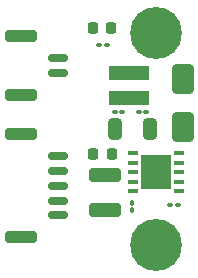
<source format=gbr>
%TF.GenerationSoftware,KiCad,Pcbnew,7.0.10*%
%TF.CreationDate,2024-02-02T13:19:37-05:00*%
%TF.ProjectId,quad_radio_adapter,71756164-5f72-4616-9469-6f5f61646170,rev?*%
%TF.SameCoordinates,Original*%
%TF.FileFunction,Soldermask,Top*%
%TF.FilePolarity,Negative*%
%FSLAX46Y46*%
G04 Gerber Fmt 4.6, Leading zero omitted, Abs format (unit mm)*
G04 Created by KiCad (PCBNEW 7.0.10) date 2024-02-02 13:19:37*
%MOMM*%
%LPD*%
G01*
G04 APERTURE LIST*
G04 Aperture macros list*
%AMRoundRect*
0 Rectangle with rounded corners*
0 $1 Rounding radius*
0 $2 $3 $4 $5 $6 $7 $8 $9 X,Y pos of 4 corners*
0 Add a 4 corners polygon primitive as box body*
4,1,4,$2,$3,$4,$5,$6,$7,$8,$9,$2,$3,0*
0 Add four circle primitives for the rounded corners*
1,1,$1+$1,$2,$3*
1,1,$1+$1,$4,$5*
1,1,$1+$1,$6,$7*
1,1,$1+$1,$8,$9*
0 Add four rect primitives between the rounded corners*
20,1,$1+$1,$2,$3,$4,$5,0*
20,1,$1+$1,$4,$5,$6,$7,0*
20,1,$1+$1,$6,$7,$8,$9,0*
20,1,$1+$1,$8,$9,$2,$3,0*%
G04 Aperture macros list end*
%ADD10RoundRect,0.100000X-0.130000X-0.100000X0.130000X-0.100000X0.130000X0.100000X-0.130000X0.100000X0*%
%ADD11RoundRect,0.250000X-0.325000X-0.650000X0.325000X-0.650000X0.325000X0.650000X-0.325000X0.650000X0*%
%ADD12RoundRect,0.225000X0.225000X0.250000X-0.225000X0.250000X-0.225000X-0.250000X0.225000X-0.250000X0*%
%ADD13C,4.400000*%
%ADD14R,3.400000X1.300000*%
%ADD15RoundRect,0.218750X0.218750X0.256250X-0.218750X0.256250X-0.218750X-0.256250X0.218750X-0.256250X0*%
%ADD16RoundRect,0.150000X-0.700000X0.150000X-0.700000X-0.150000X0.700000X-0.150000X0.700000X0.150000X0*%
%ADD17RoundRect,0.250000X-1.100000X0.250000X-1.100000X-0.250000X1.100000X-0.250000X1.100000X0.250000X0*%
%ADD18RoundRect,0.100000X0.130000X0.100000X-0.130000X0.100000X-0.130000X-0.100000X0.130000X-0.100000X0*%
%ADD19RoundRect,0.250000X-0.650000X1.000000X-0.650000X-1.000000X0.650000X-1.000000X0.650000X1.000000X0*%
%ADD20R,0.860000X0.320000*%
%ADD21R,2.600000X3.000000*%
%ADD22RoundRect,0.250000X-1.100000X0.325000X-1.100000X-0.325000X1.100000X-0.325000X1.100000X0.325000X0*%
%ADD23RoundRect,0.100000X-0.100000X0.130000X-0.100000X-0.130000X0.100000X-0.130000X0.100000X0.130000X0*%
G04 APERTURE END LIST*
D10*
%TO.C,R2*%
X100492600Y-97739200D03*
X101132600Y-97739200D03*
%TD*%
D11*
%TO.C,C2*%
X100480600Y-99161600D03*
X103430600Y-99161600D03*
%TD*%
D12*
%TO.C,C3*%
X100225000Y-101250000D03*
X98675000Y-101250000D03*
%TD*%
D13*
%TO.C,H1*%
X104000000Y-91000000D03*
%TD*%
D10*
%TO.C,R3*%
X102499200Y-97713800D03*
X103139200Y-97713800D03*
%TD*%
D14*
%TO.C,L1*%
X101676200Y-94403200D03*
X101676200Y-96503200D03*
%TD*%
D15*
%TO.C,D2*%
X100177700Y-90601800D03*
X98602700Y-90601800D03*
%TD*%
D13*
%TO.C,H2*%
X104000000Y-109000000D03*
%TD*%
D16*
%TO.C,J3*%
X95715238Y-93150000D03*
X95715238Y-94400000D03*
D17*
X92515238Y-91300000D03*
X92515238Y-96250000D03*
%TD*%
D18*
%TO.C,C1*%
X105806200Y-105562400D03*
X105166200Y-105562400D03*
%TD*%
D19*
%TO.C,D1*%
X106222800Y-94945200D03*
X106222800Y-98945200D03*
%TD*%
D20*
%TO.C,IC1*%
X102030000Y-101200000D03*
X102030000Y-102000000D03*
X102030000Y-102800000D03*
X102030000Y-103600000D03*
X102030000Y-104400000D03*
X105900000Y-104400000D03*
X105900000Y-103600000D03*
X105900000Y-102800000D03*
X105900000Y-102000000D03*
X105900000Y-101200000D03*
D21*
X103965000Y-102800000D03*
%TD*%
D22*
%TO.C,C4*%
X99650000Y-103025000D03*
X99650000Y-105975000D03*
%TD*%
D16*
%TO.C,J2*%
X95715238Y-101450000D03*
X95715238Y-102700000D03*
X95715238Y-103950000D03*
X95715238Y-105200000D03*
X95715238Y-106450000D03*
D17*
X92515238Y-99600000D03*
X92515238Y-108300000D03*
%TD*%
D23*
%TO.C,R1*%
X101981000Y-105369400D03*
X101981000Y-106009400D03*
%TD*%
D18*
%TO.C,R4*%
X99786400Y-91998800D03*
X99146400Y-91998800D03*
%TD*%
M02*

</source>
